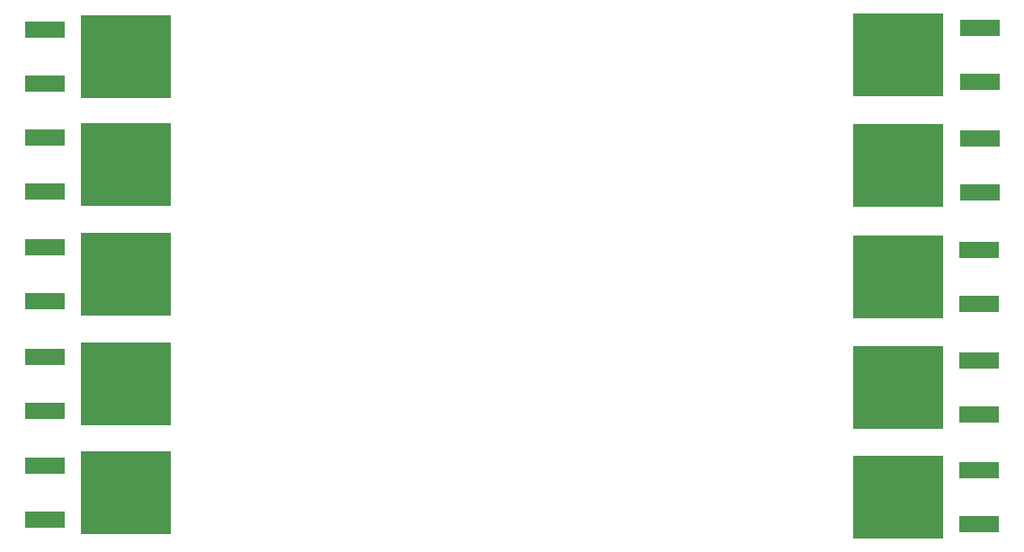
<source format=gbp>
G04 #@! TF.GenerationSoftware,KiCad,Pcbnew,5.0.2-bee76a0~70~ubuntu16.04.1*
G04 #@! TF.CreationDate,2019-03-14T10:12:54-04:00*
G04 #@! TF.ProjectId,BMS_peripheral,424d535f-7065-4726-9970-686572616c2e,rev?*
G04 #@! TF.SameCoordinates,Original*
G04 #@! TF.FileFunction,Paste,Bot*
G04 #@! TF.FilePolarity,Positive*
%FSLAX46Y46*%
G04 Gerber Fmt 4.6, Leading zero omitted, Abs format (unit mm)*
G04 Created by KiCad (PCBNEW 5.0.2-bee76a0~70~ubuntu16.04.1) date Thu 14 Mar 2019 10:12:54 AM EDT*
%MOMM*%
%LPD*%
G01*
G04 APERTURE LIST*
%ADD10R,8.510000X7.870000*%
%ADD11R,3.810000X1.650000*%
G04 APERTURE END LIST*
D10*
G04 #@! TO.C,R11*
X101752400Y-27838400D03*
D11*
X94127400Y-25298400D03*
X94127400Y-30378400D03*
G04 #@! TD*
G04 #@! TO.C,R12*
X94127400Y-40589200D03*
X94127400Y-35509200D03*
D10*
X101752400Y-38049200D03*
G04 #@! TD*
D11*
G04 #@! TO.C,R13*
X94102000Y-50901600D03*
X94102000Y-45821600D03*
D10*
X101727000Y-48361600D03*
G04 #@! TD*
G04 #@! TO.C,R14*
X101752400Y-58674000D03*
D11*
X94127400Y-56134000D03*
X94127400Y-61214000D03*
G04 #@! TD*
G04 #@! TO.C,R15*
X94152800Y-71475600D03*
X94152800Y-66395600D03*
D10*
X101777800Y-68935600D03*
G04 #@! TD*
D11*
G04 #@! TO.C,R16*
X182123000Y-66802000D03*
X182123000Y-71882000D03*
D10*
X174498000Y-69342000D03*
G04 #@! TD*
G04 #@! TO.C,R17*
X174498000Y-58991500D03*
D11*
X182123000Y-61531500D03*
X182123000Y-56451500D03*
G04 #@! TD*
D10*
G04 #@! TO.C,R18*
X174498000Y-48577500D03*
D11*
X182123000Y-51117500D03*
X182123000Y-46037500D03*
G04 #@! TD*
D10*
G04 #@! TO.C,R19*
X174523400Y-38125400D03*
D11*
X182148400Y-40665400D03*
X182148400Y-35585400D03*
G04 #@! TD*
D10*
G04 #@! TO.C,R20*
X174523400Y-27711400D03*
D11*
X182148400Y-30251400D03*
X182148400Y-25171400D03*
G04 #@! TD*
M02*

</source>
